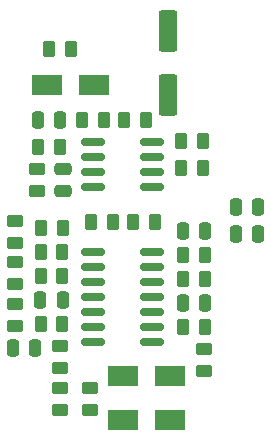
<source format=gbr>
%TF.GenerationSoftware,KiCad,Pcbnew,(6.0.1)*%
%TF.CreationDate,2022-02-11T00:14:37+08:00*%
%TF.ProjectId,OpenEMG_SMD_ver2.1,4f70656e-454d-4475-9f53-4d445f766572,rev?*%
%TF.SameCoordinates,Original*%
%TF.FileFunction,Paste,Top*%
%TF.FilePolarity,Positive*%
%FSLAX46Y46*%
G04 Gerber Fmt 4.6, Leading zero omitted, Abs format (unit mm)*
G04 Created by KiCad (PCBNEW (6.0.1)) date 2022-02-11 00:14:37*
%MOMM*%
%LPD*%
G01*
G04 APERTURE LIST*
G04 Aperture macros list*
%AMRoundRect*
0 Rectangle with rounded corners*
0 $1 Rounding radius*
0 $2 $3 $4 $5 $6 $7 $8 $9 X,Y pos of 4 corners*
0 Add a 4 corners polygon primitive as box body*
4,1,4,$2,$3,$4,$5,$6,$7,$8,$9,$2,$3,0*
0 Add four circle primitives for the rounded corners*
1,1,$1+$1,$2,$3*
1,1,$1+$1,$4,$5*
1,1,$1+$1,$6,$7*
1,1,$1+$1,$8,$9*
0 Add four rect primitives between the rounded corners*
20,1,$1+$1,$2,$3,$4,$5,0*
20,1,$1+$1,$4,$5,$6,$7,0*
20,1,$1+$1,$6,$7,$8,$9,0*
20,1,$1+$1,$8,$9,$2,$3,0*%
G04 Aperture macros list end*
%ADD10RoundRect,0.250000X0.550000X-1.500000X0.550000X1.500000X-0.550000X1.500000X-0.550000X-1.500000X0*%
%ADD11RoundRect,0.250000X0.262500X0.450000X-0.262500X0.450000X-0.262500X-0.450000X0.262500X-0.450000X0*%
%ADD12RoundRect,0.250000X0.250000X0.475000X-0.250000X0.475000X-0.250000X-0.475000X0.250000X-0.475000X0*%
%ADD13RoundRect,0.250000X0.450000X-0.262500X0.450000X0.262500X-0.450000X0.262500X-0.450000X-0.262500X0*%
%ADD14R,2.500000X1.800000*%
%ADD15RoundRect,0.250000X-0.262500X-0.450000X0.262500X-0.450000X0.262500X0.450000X-0.262500X0.450000X0*%
%ADD16RoundRect,0.150000X-0.825000X-0.150000X0.825000X-0.150000X0.825000X0.150000X-0.825000X0.150000X0*%
%ADD17RoundRect,0.250000X-0.250000X-0.475000X0.250000X-0.475000X0.250000X0.475000X-0.250000X0.475000X0*%
%ADD18RoundRect,0.250000X-0.450000X0.262500X-0.450000X-0.262500X0.450000X-0.262500X0.450000X0.262500X0*%
%ADD19RoundRect,0.250000X0.475000X-0.250000X0.475000X0.250000X-0.475000X0.250000X-0.475000X-0.250000X0*%
G04 APERTURE END LIST*
D10*
%TO.C,C9*%
X130810000Y-58326000D03*
X130810000Y-52926000D03*
%TD*%
D11*
%TO.C,R4*%
X121689500Y-62738000D03*
X119864500Y-62738000D03*
%TD*%
D12*
%TO.C,C1*%
X138491000Y-70104000D03*
X136591000Y-70104000D03*
%TD*%
D13*
%TO.C,R2*%
X117856000Y-74318500D03*
X117856000Y-72493500D03*
%TD*%
D14*
%TO.C,D3*%
X120555000Y-57531000D03*
X124555000Y-57531000D03*
%TD*%
D15*
%TO.C,R12*%
X120057500Y-71628000D03*
X121882500Y-71628000D03*
%TD*%
D16*
%TO.C,U1*%
X124525000Y-71628000D03*
X124525000Y-72898000D03*
X124525000Y-74168000D03*
X124525000Y-75438000D03*
X124525000Y-76708000D03*
X124525000Y-77978000D03*
X124525000Y-79248000D03*
X129475000Y-79248000D03*
X129475000Y-77978000D03*
X129475000Y-76708000D03*
X129475000Y-75438000D03*
X129475000Y-74168000D03*
X129475000Y-72898000D03*
X129475000Y-71628000D03*
%TD*%
D15*
%TO.C,R23*%
X127103500Y-60452000D03*
X128928500Y-60452000D03*
%TD*%
%TO.C,R22*%
X120753500Y-54483000D03*
X122578500Y-54483000D03*
%TD*%
D11*
%TO.C,R10*%
X121882500Y-73660000D03*
X120057500Y-73660000D03*
%TD*%
%TO.C,R7*%
X121882500Y-77724000D03*
X120057500Y-77724000D03*
%TD*%
D17*
%TO.C,C8*%
X119827000Y-60452000D03*
X121727000Y-60452000D03*
%TD*%
D13*
%TO.C,R15*%
X117856000Y-77874500D03*
X117856000Y-76049500D03*
%TD*%
D17*
%TO.C,C6*%
X132100000Y-69850000D03*
X134000000Y-69850000D03*
%TD*%
D15*
%TO.C,R11*%
X120118500Y-69596000D03*
X121943500Y-69596000D03*
%TD*%
D16*
%TO.C,U2*%
X124525000Y-62357000D03*
X124525000Y-63627000D03*
X124525000Y-64897000D03*
X124525000Y-66167000D03*
X129475000Y-66167000D03*
X129475000Y-64897000D03*
X129475000Y-63627000D03*
X129475000Y-62357000D03*
%TD*%
D13*
%TO.C,R1*%
X119761000Y-66444500D03*
X119761000Y-64619500D03*
%TD*%
D15*
%TO.C,R17*%
X127865500Y-69088000D03*
X129690500Y-69088000D03*
%TD*%
D14*
%TO.C,D2*%
X131032000Y-82169000D03*
X127032000Y-82169000D03*
%TD*%
D18*
%TO.C,R6*%
X133858000Y-79859500D03*
X133858000Y-81684500D03*
%TD*%
D12*
%TO.C,C2*%
X138491000Y-67818000D03*
X136591000Y-67818000D03*
%TD*%
D17*
%TO.C,C7*%
X132100000Y-75946000D03*
X134000000Y-75946000D03*
%TD*%
D14*
%TO.C,D1*%
X131032000Y-85852000D03*
X127032000Y-85852000D03*
%TD*%
D11*
%TO.C,R18*%
X133754500Y-62230000D03*
X131929500Y-62230000D03*
%TD*%
D13*
%TO.C,R13*%
X121666000Y-81430500D03*
X121666000Y-79605500D03*
%TD*%
D15*
%TO.C,R20*%
X132137500Y-71882000D03*
X133962500Y-71882000D03*
%TD*%
D13*
%TO.C,R9*%
X124206000Y-84986500D03*
X124206000Y-83161500D03*
%TD*%
%TO.C,R8*%
X121666000Y-84986500D03*
X121666000Y-83161500D03*
%TD*%
D17*
%TO.C,C4*%
X120020000Y-75692000D03*
X121920000Y-75692000D03*
%TD*%
%TO.C,C5*%
X117668000Y-79756000D03*
X119568000Y-79756000D03*
%TD*%
D15*
%TO.C,R16*%
X131929500Y-64516000D03*
X133754500Y-64516000D03*
%TD*%
D13*
%TO.C,R3*%
X117856000Y-70866000D03*
X117856000Y-69041000D03*
%TD*%
D19*
%TO.C,C3*%
X121920000Y-66482000D03*
X121920000Y-64582000D03*
%TD*%
D15*
%TO.C,R19*%
X132137500Y-73914000D03*
X133962500Y-73914000D03*
%TD*%
%TO.C,R14*%
X124309500Y-69088000D03*
X126134500Y-69088000D03*
%TD*%
D11*
%TO.C,R5*%
X133962500Y-77978000D03*
X132137500Y-77978000D03*
%TD*%
%TO.C,R21*%
X125372500Y-60452000D03*
X123547500Y-60452000D03*
%TD*%
M02*

</source>
